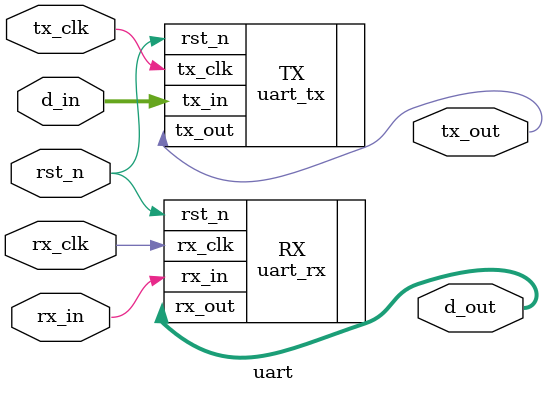
<source format=v>
module uart
(rst_n, d_in, tx_clk, rx_clk, rx_in, tx_out, d_out);

input rst_n; //reset
input [7:0] d_in; //8-bit data input
input tx_clk; //clock signal
input rx_clk; //clock signal
input rx_in; //serial-in

output tx_out; //serial-out
output [7:0] d_out; //8 bit data output

uart_tx TX (.rst_n(rst_n),
            .tx_in(d_in),
            .tx_clk(tx_clk),
            .tx_out(tx_out));

uart_rx RX (.rst_n(rst_n),
            .rx_in(rx_in),
            .rx_clk(rx_clk),
            .rx_out(d_out));
    
    
endmodule
</source>
